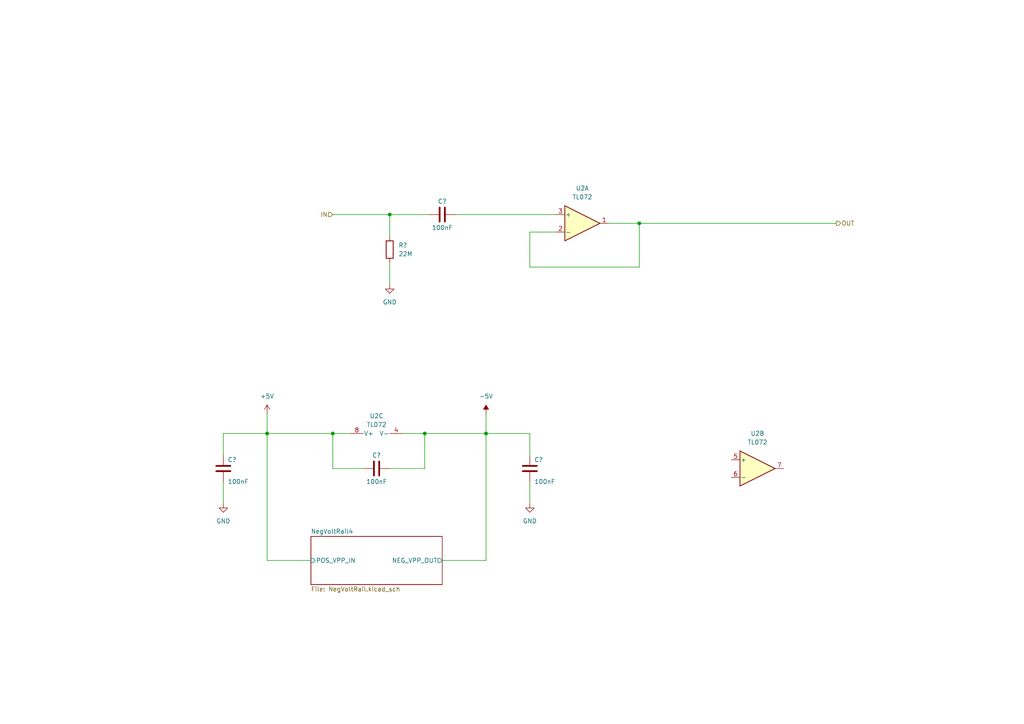
<source format=kicad_sch>
(kicad_sch (version 20211123) (generator eeschema)
  (paper "A4")
  (lib_symbols
    (symbol "Amplifier_Operational:TL072" (pin_names (offset 0.127))
      (property "Reference" "U" (at 0 5.08 0))
      (property "Value" "TL072" (at 0 -5.08 0))
      (symbol "TL072_1_1"
        (polyline (pts (xy -5.08 5.08) (xy 5.08 0) (xy -5.08 -5.08) (xy -5.08 5.08)) (stroke (width 0.254)) (fill (type background)))
        (pin output line (at 7.62 0 180) (length 2.54) (name "~") (number "1"))
        (pin input line (at -7.62 -2.54 0) (length 2.54) (name "-") (number "2"))
        (pin input line (at -7.62 2.54 0) (length 2.54) (name "+") (number "3"))
      )
      (symbol "TL072_2_1"
        (polyline (pts (xy -5.08 5.08) (xy 5.08 0) (xy -5.08 -5.08) (xy -5.08 5.08)) (stroke (width 0.254)) (fill (type background)))
        (pin input line (at -7.62 2.54 0) (length 2.54) (name "+") (number "5"))
        (pin input line (at -7.62 -2.54 0) (length 2.54) (name "-") (number "6"))
        (pin output line (at 7.62 0 180) (length 2.54) (name "~") (number "7"))
      )
      (symbol "TL072_3_1"
        (pin power_in line (at -2.54 -7.62 90) (length 3.81) (name "V-") (number "4"))
        (pin power_in line (at -2.54 7.62 270) (length 3.81) (name "V+") (number "8"))
      )
    )
    (symbol "Device:C" (pin_numbers hide) (pin_names (offset 0.254))
      (property "Reference" "C" (at 0.635 2.54 0))
      (property "Value" "C" (at 0.635 -2.54 0))
      (symbol "C_0_1"
        (polyline (pts (xy -2.032 -0.762) (xy 2.032 -0.762)) (stroke (width 0.508)))
        (polyline (pts (xy -2.032 0.762) (xy 2.032 0.762)) (stroke (width 0.508)))
      )
      (symbol "C_1_1"
        (pin passive line (at 0 3.81 270) (length 2.794) (name "~") (number "1"))
        (pin passive line (at 0 -3.81 90) (length 2.794) (name "~") (number "2"))
      )
    )
    (symbol "Device:R" (pin_numbers hide) (pin_names (offset 0))
      (property "Reference" "R" (at 2.032 0 90))
      (property "Value" "R" (at 0 0 90))
      (symbol "R_0_1"
        (rectangle (start -1.016 -2.54) (end 1.016 2.54) (stroke (width 0.254)))
      )
      (symbol "R_1_1"
        (pin passive line (at 0 3.81 270) (length 1.27) (name "~") (number "1"))
        (pin passive line (at 0 -3.81 90) (length 1.27) (name "~") (number "2"))
      )
    )
    (symbol "power:+5V" (power) (pin_names (offset 0))
      (property "Value" "+5V" (at 0 3.556 0))
      (symbol "+5V_0_1"
        (polyline (pts (xy -0.762 1.27) (xy 0 2.54)))
        (polyline (pts (xy 0 0) (xy 0 2.54)))
        (polyline (pts (xy 0 2.54) (xy 0.762 1.27)))
      )
      (symbol "+5V_1_1"
        (pin power_in line (at 0 0 90) (length 0) hide (name "+5V") (number "1"))
      )
    )
    (symbol "power:-5V" (power) (pin_names (offset 0))
      (property "Value" "-5V" (at 0 3.81 0))
      (symbol "-5V_0_0"
        (pin power_in line (at 0 0 90) (length 0) hide (name "-5V") (number "1"))
      )
      (symbol "-5V_0_1"
        (polyline (pts (xy 0 0) (xy 0 1.27) (xy 0.762 1.27) (xy 0 2.54) (xy -0.762 1.27) (xy 0 1.27)) (fill (type outline)))
      )
    )
    (symbol "power:GND" (power) (pin_names (offset 0))
      (property "Value" "GND" (at 0 -3.81 0))
      (symbol "GND_0_1"
        (polyline (pts (xy 0 0) (xy 0 -1.27) (xy 1.27 -1.27) (xy 0 -2.54) (xy -1.27 -1.27) (xy 0 -1.27)))
      )
      (symbol "GND_1_1"
        (pin power_in line (at 0 0 270) (length 0) hide (name "GND") (number "1"))
      )
    )
  )
  (junction (at 96.52 125.73))
  (junction (at 113.03 62.23))
  (junction (at 140.97 125.73))
  (junction (at 123.19 125.73))
  (junction (at 185.42 64.77))
  (junction (at 77.47 125.73))
  (wire (pts (xy 140.97 125.73) (xy 153.67 125.73)))
  (wire (pts (xy 153.67 139.7) (xy 153.67 146.05)))
  (wire (pts (xy 113.03 135.89) (xy 123.19 135.89)))
  (wire (pts (xy 153.67 67.31) (xy 153.67 77.47)))
  (wire (pts (xy 96.52 62.23) (xy 113.03 62.23)))
  (wire (pts (xy 77.47 125.73) (xy 96.52 125.73)))
  (wire (pts (xy 176.53 64.77) (xy 185.42 64.77)))
  (wire (pts (xy 96.52 135.89) (xy 96.52 125.73)))
  (wire (pts (xy 161.29 67.31) (xy 153.67 67.31)))
  (wire (pts (xy 113.03 62.23) (xy 113.03 68.58)))
  (wire (pts (xy 185.42 77.47) (xy 185.42 64.77)))
  (wire (pts (xy 77.47 120.0079) (xy 77.47 125.73)))
  (wire (pts (xy 132.08 62.23) (xy 161.29 62.23)))
  (wire (pts (xy 140.97 120.0079) (xy 140.97 125.73)))
  (wire (pts (xy 64.77 125.73) (xy 77.47 125.73)))
  (wire (pts (xy 140.97 162.56) (xy 128.27 162.56)))
  (wire (pts (xy 113.03 62.23) (xy 124.46 62.23)))
  (wire (pts (xy 153.67 77.47) (xy 185.42 77.47)))
  (wire (pts (xy 96.52 125.73) (xy 101.6 125.73)))
  (wire (pts (xy 185.42 64.77) (xy 242.57 64.77)))
  (wire (pts (xy 113.03 76.2) (xy 113.03 82.55)))
  (wire (pts (xy 153.67 125.73) (xy 153.67 132.08)))
  (wire (pts (xy 140.97 125.73) (xy 140.97 162.56)))
  (wire (pts (xy 123.19 135.89) (xy 123.19 125.73)))
  (wire (pts (xy 90.17 162.56) (xy 77.47 162.56)))
  (wire (pts (xy 105.41 135.89) (xy 96.52 135.89)))
  (wire (pts (xy 77.47 125.73) (xy 77.47 162.56)))
  (wire (pts (xy 64.77 125.73) (xy 64.77 132.08)))
  (wire (pts (xy 123.19 125.73) (xy 140.97 125.73)))
  (wire (pts (xy 64.77 139.7) (xy 64.77 146.05)))
  (wire (pts (xy 116.84 125.73) (xy 123.19 125.73)))
  (hierarchical_label "IN" (shape input) (at 96.52 62.23 180))
  (hierarchical_label "OUT" (shape output) (at 242.57 64.77 0))
  (symbol (lib_id "power:GND") (at 153.67 146.05 0) (unit 1)
    (property "Reference" "#PWR?" (effects hide))
    (property "Value" "GND" (at 153.67 151.13 0))
  )
  (symbol (lib_id "Device:C") (at 109.22 135.89 90) (unit 1)
    (property "Reference" "C?" (at 109.22 132.08 90))
    (property "Value" "100nF" (at 109.22 139.7 90))
    (property "Footprint" "Capacitor_SMD:C_0805_2012Metric_Pad1.18x1.45mm_HandSolder" (effects hide))
  )
  (symbol (lib_id "Device:C") (at 153.67 135.89 180) (unit 1)
    (property "Reference" "C?" (at 154.94 133.35 0) (effects (justify right)))
    (property "Value" "100nF" (at 154.94 139.7 0) (effects (justify right)))
    (property "Footprint" "Capacitor_SMD:C_0805_2012Metric_Pad1.18x1.45mm_HandSolder" (effects hide))
  )
  (symbol (lib_id "power:GND") (at 64.77 146.05 0) (unit 1)
    (property "Reference" "#PWR?" (effects hide))
    (property "Value" "GND" (at 64.77 151.13 0))
  )
  (symbol (lib_id "Amplifier_Operational:TL072") (at 109.22 123.19 90) (unit 3)
    (property "Reference" "U2" (at 109.22 120.65 90))
    (property "Value" "TL072" (at 109.22 123.19 90))
    (property "Datasheet" "http://www.ti.com/lit/ds/symlink/tl071.pdf" (effects hide))
  )
  (symbol (lib_id "power:GND") (at 113.03 82.55 0) (unit 1)
    (property "Reference" "#PWR?" (effects hide))
    (property "Value" "GND" (at 113.03 87.63 0))
  )
  (symbol (lib_id "power:-5V") (at 140.97 120.0079 0) (unit 1)
    (property "Reference" "#PWR?" (effects hide))
    (property "Value" "-5V" (at 140.97 114.9279 0))
  )
  (symbol (lib_id "Amplifier_Operational:TL072") (at 219.71 135.89 0) (unit 2)
    (property "Reference" "U2" (at 219.71 125.73 0))
    (property "Value" "TL072" (at 219.71 128.27 0))
    (property "Datasheet" "http://www.ti.com/lit/ds/symlink/tl071.pdf" (effects hide))
  )
  (symbol (lib_id "Device:C") (at 64.77 135.89 180) (unit 1)
    (property "Reference" "C?" (at 66.04 133.35 0) (effects (justify right)))
    (property "Value" "100nF" (at 66.04 139.7 0) (effects (justify right)))
    (property "Footprint" "Capacitor_SMD:C_0805_2012Metric_Pad1.18x1.45mm_HandSolder" (effects hide))
  )
  (symbol (lib_id "Amplifier_Operational:TL072") (at 168.91 64.77 0) (unit 1)
    (property "Reference" "U2" (at 168.91 54.61 0))
    (property "Value" "TL072" (at 168.91 57.15 0))
    (property "Datasheet" "http://www.ti.com/lit/ds/symlink/tl071.pdf" (effects hide))
  )
  (symbol (lib_id "power:+5V") (at 77.47 120.0079 0) (unit 1)
    (property "Reference" "#PWR?" (effects hide))
    (property "Value" "+5V" (at 77.47 114.9279 0))
  )
  (symbol (lib_id "Device:C") (at 128.27 62.23 90) (unit 1)
    (property "Reference" "C?" (at 128.27 58.42 90))
    (property "Value" "100nF" (at 128.27 66.04 90))
    (property "Footprint" "Capacitor_SMD:C_0805_2012Metric_Pad1.18x1.45mm_HandSolder" (effects hide))
  )
  (symbol (lib_id "Device:R") (at 113.03 72.39 0) (unit 1)
    (property "Reference" "R?" (at 115.57 71.1199 0) (effects (justify left)))
    (property "Value" "22M" (at 115.57 73.6599 0) (effects (justify left)))
  )
  (sheet (at 90.17 155.5821) (size 38.1 13.97) (stroke (width 0.1524))
    (property "Sheet name" "NegVoltRail4" (at 90.17 154.8705 0) (effects (justify left bottom)))
    (property "Sheet file" "NegVoltRail.kicad_sch" (at 90.17 170.1367 0) (effects (justify left top)))
    (pin "POS_VPP_IN" input (at 90.17 162.56 180))
    (pin "NEG_VPP_OUT" output (at 128.27 162.56 0))
  )
)
</source>
